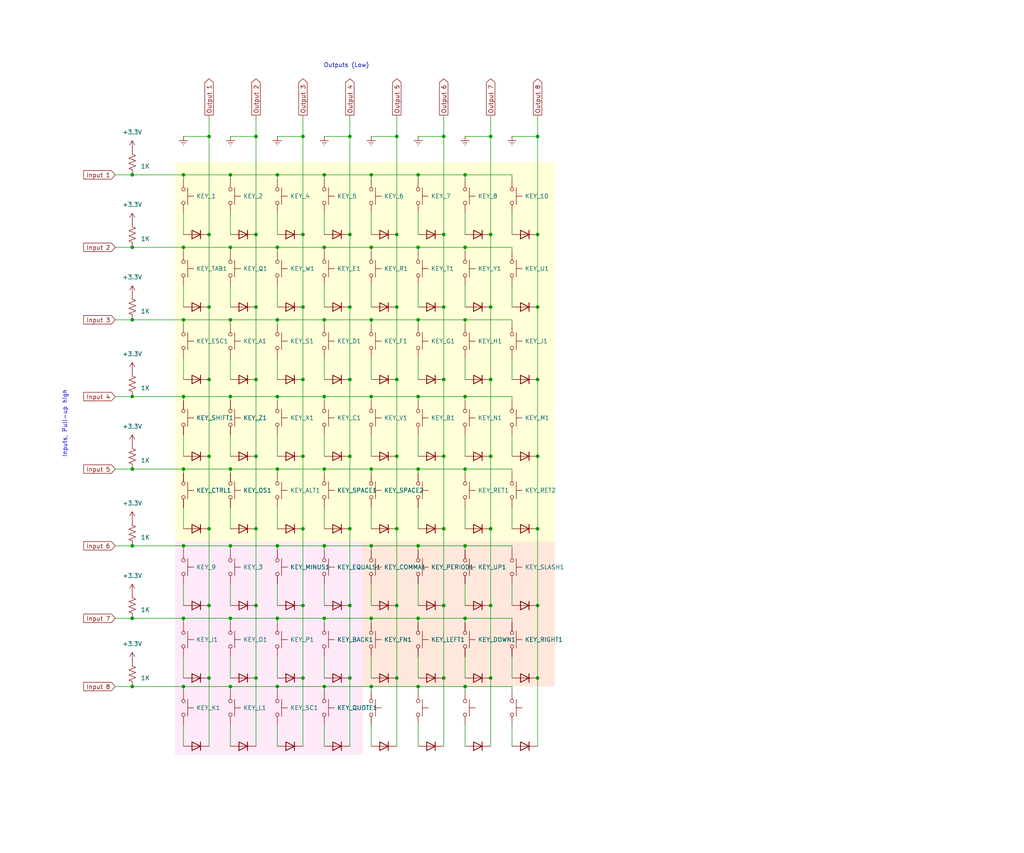
<source format=kicad_sch>
(kicad_sch (version 20250114) (generator "eeschema") (generator_version "9.0")
  (paper "User" 304.8 254)
  (rectangle (start 52.07 48.26) (end 165.1 161.29) (stroke (width -0.0001)) (fill (type color) (color 255 253 7 0.16)))
  (rectangle (start 107.95 161.29) (end 165.1 204.47) (stroke (width -0.0001)) (fill (type color) (color 255 106 27 0.16)))
  (rectangle (start 52.07 161.29) (end 107.95 224.79) (stroke (width -0.0001)) (fill (type color) (color 239 32 177 0.1)))
  (text "Inputs, Pull-up high" (at 19.304 126.238 90) (effects (font (size 1.27 1.27))))
  (text "Outputs (Low)" (at 103.124 19.558 0) (effects (font (size 1.27 1.27))))
  (junction (at 62.23 40.64))
  (junction (at 90.17 91.44))
  (junction (at 132.08 157.48))
  (junction (at 124.46 52.07))
  (junction (at 76.2 91.44))
  (junction (at 90.17 180.34))
  (junction (at 118.11 157.48))
  (junction (at 76.2 135.89))
  (junction (at 104.14 69.85))
  (junction (at 110.49 52.07))
  (junction (at 160.02 180.34))
  (junction (at 82.55 73.66))
  (junction (at 54.61 139.7))
  (junction (at 118.11 135.89))
  (junction (at 39.37 73.66))
  (junction (at 104.14 91.44))
  (junction (at 124.46 118.11))
  (junction (at 124.46 139.7))
  (junction (at 62.23 113.03))
  (junction (at 146.05 180.34))
  (junction (at 138.43 73.66))
  (junction (at 68.58 73.66))
  (junction (at 110.49 73.66))
  (junction (at 96.52 204.47))
  (junction (at 39.37 139.7))
  (junction (at 76.2 69.85))
  (junction (at 90.17 135.89))
  (junction (at 132.08 91.44))
  (junction (at 146.05 40.64))
  (junction (at 132.08 180.34))
  (junction (at 110.49 118.11))
  (junction (at 76.2 157.48))
  (junction (at 68.58 184.15))
  (junction (at 146.05 157.48))
  (junction (at 124.46 95.25))
  (junction (at 104.14 180.34))
  (junction (at 138.43 52.07))
  (junction (at 118.11 69.85))
  (junction (at 138.43 95.25))
  (junction (at 90.17 201.93))
  (junction (at 96.52 52.07))
  (junction (at 104.14 201.93))
  (junction (at 132.08 135.89))
  (junction (at 110.49 204.47))
  (junction (at 82.55 162.56))
  (junction (at 146.05 69.85))
  (junction (at 90.17 113.03))
  (junction (at 54.61 118.11))
  (junction (at 68.58 52.07))
  (junction (at 124.46 204.47))
  (junction (at 62.23 69.85))
  (junction (at 68.58 139.7))
  (junction (at 68.58 95.25))
  (junction (at 54.61 204.47))
  (junction (at 160.02 135.89))
  (junction (at 90.17 69.85))
  (junction (at 39.37 95.25))
  (junction (at 160.02 201.93))
  (junction (at 118.11 113.03))
  (junction (at 76.2 113.03))
  (junction (at 132.08 113.03))
  (junction (at 110.49 139.7))
  (junction (at 90.17 157.48))
  (junction (at 160.02 40.64))
  (junction (at 96.52 162.56))
  (junction (at 160.02 157.48))
  (junction (at 54.61 184.15))
  (junction (at 110.49 184.15))
  (junction (at 110.49 162.56))
  (junction (at 39.37 52.07))
  (junction (at 82.55 95.25))
  (junction (at 124.46 184.15))
  (junction (at 82.55 118.11))
  (junction (at 62.23 201.93))
  (junction (at 160.02 69.85))
  (junction (at 82.55 52.07))
  (junction (at 146.05 135.89))
  (junction (at 39.37 162.56))
  (junction (at 76.2 201.93))
  (junction (at 104.14 113.03))
  (junction (at 146.05 201.93))
  (junction (at 138.43 162.56))
  (junction (at 62.23 135.89))
  (junction (at 132.08 40.64))
  (junction (at 96.52 95.25))
  (junction (at 110.49 95.25))
  (junction (at 96.52 118.11))
  (junction (at 104.14 40.64))
  (junction (at 160.02 113.03))
  (junction (at 54.61 73.66))
  (junction (at 82.55 184.15))
  (junction (at 138.43 184.15))
  (junction (at 96.52 184.15))
  (junction (at 54.61 95.25))
  (junction (at 54.61 162.56))
  (junction (at 54.61 52.07))
  (junction (at 118.11 201.93))
  (junction (at 68.58 118.11))
  (junction (at 82.55 139.7))
  (junction (at 132.08 201.93))
  (junction (at 76.2 40.64))
  (junction (at 39.37 204.47))
  (junction (at 62.23 180.34))
  (junction (at 68.58 204.47))
  (junction (at 104.14 135.89))
  (junction (at 146.05 113.03))
  (junction (at 96.52 139.7))
  (junction (at 132.08 69.85))
  (junction (at 138.43 204.47))
  (junction (at 118.11 180.34))
  (junction (at 39.37 118.11))
  (junction (at 138.43 139.7))
  (junction (at 118.11 91.44))
  (junction (at 146.05 91.44))
  (junction (at 76.2 180.34))
  (junction (at 62.23 91.44))
  (junction (at 90.17 40.64))
  (junction (at 82.55 204.47))
  (junction (at 118.11 40.64))
  (junction (at 160.02 91.44))
  (junction (at 62.23 157.48))
  (junction (at 104.14 157.48))
  (junction (at 96.52 73.66))
  (junction (at 68.58 162.56))
  (junction (at 124.46 162.56))
  (junction (at 124.46 73.66))
  (junction (at 39.37 184.15))
  (junction (at 138.43 118.11))
  (wire (pts (xy 39.37 204.47) (xy 54.61 204.47)))
  (wire (pts (xy 90.17 34.29) (xy 90.17 40.64)))
  (wire (pts (xy 76.2 201.93) (xy 76.2 222.25)))
  (wire (pts (xy 124.46 52.07) (xy 138.43 52.07)))
  (wire (pts (xy 132.08 135.89) (xy 132.08 157.48)))
  (wire (pts (xy 146.05 69.85) (xy 146.05 91.44)))
  (wire (pts (xy 160.02 34.29) (xy 160.02 40.64)))
  (wire (pts (xy 62.23 34.29) (xy 62.23 40.64)))
  (wire (pts (xy 138.43 180.34) (xy 138.43 173.99)))
  (wire (pts (xy 124.46 140.97) (xy 124.46 139.7)))
  (wire (pts (xy 68.58 73.66) (xy 82.55 73.66)))
  (wire (pts (xy 54.61 157.48) (xy 54.61 151.13)))
  (wire (pts (xy 152.4 119.38) (xy 152.4 118.11)))
  (wire (pts (xy 152.4 180.34) (xy 152.4 173.99)))
  (wire (pts (xy 124.46 135.89) (xy 124.46 129.54)))
  (wire (pts (xy 54.61 74.93) (xy 54.61 73.66)))
  (wire (pts (xy 138.43 163.83) (xy 138.43 162.56)))
  (wire (pts (xy 62.23 201.93) (xy 62.23 222.25)))
  (wire (pts (xy 82.55 118.11) (xy 96.52 118.11)))
  (wire (pts (xy 132.08 40.64) (xy 132.08 69.85)))
  (wire (pts (xy 104.14 113.03) (xy 104.14 135.89)))
  (wire (pts (xy 96.52 53.34) (xy 96.52 52.07)))
  (wire (pts (xy 90.17 113.03) (xy 90.17 135.89)))
  (wire (pts (xy 124.46 184.15) (xy 138.43 184.15)))
  (wire (pts (xy 96.52 74.93) (xy 96.52 73.66)))
  (wire (pts (xy 82.55 74.93) (xy 82.55 73.66)))
  (wire (pts (xy 34.29 184.15) (xy 39.37 184.15)))
  (wire (pts (xy 110.49 139.7) (xy 124.46 139.7)))
  (wire (pts (xy 146.05 201.93) (xy 146.05 222.25)))
  (wire (pts (xy 34.29 118.11) (xy 39.37 118.11)))
  (wire (pts (xy 110.49 163.83) (xy 110.49 162.56)))
  (wire (pts (xy 152.4 185.42) (xy 152.4 184.15)))
  (wire (pts (xy 124.46 185.42) (xy 124.46 184.15)))
  (wire (pts (xy 68.58 96.52) (xy 68.58 95.25)))
  (wire (pts (xy 138.43 52.07) (xy 152.4 52.07)))
  (wire (pts (xy 132.08 201.93) (xy 132.08 222.25)))
  (wire (pts (xy 124.46 180.34) (xy 124.46 173.99)))
  (wire (pts (xy 146.05 40.64) (xy 146.05 69.85)))
  (wire (pts (xy 110.49 162.56) (xy 124.46 162.56)))
  (wire (pts (xy 152.4 135.89) (xy 152.4 129.54)))
  (wire (pts (xy 152.4 113.03) (xy 152.4 106.68)))
  (wire (pts (xy 110.49 180.34) (xy 110.49 173.99)))
  (wire (pts (xy 54.61 52.07) (xy 68.58 52.07)))
  (wire (pts (xy 68.58 119.38) (xy 68.58 118.11)))
  (wire (pts (xy 96.52 201.93) (xy 96.52 195.58)))
  (wire (pts (xy 68.58 163.83) (xy 68.58 162.56)))
  (wire (pts (xy 124.46 163.83) (xy 124.46 162.56)))
  (wire (pts (xy 68.58 135.89) (xy 68.58 129.54)))
  (wire (pts (xy 82.55 184.15) (xy 96.52 184.15)))
  (wire (pts (xy 152.4 140.97) (xy 152.4 139.7)))
  (wire (pts (xy 110.49 73.66) (xy 124.46 73.66)))
  (wire (pts (xy 82.55 135.89) (xy 82.55 129.54)))
  (wire (pts (xy 68.58 118.11) (xy 82.55 118.11)))
  (wire (pts (xy 82.55 53.34) (xy 82.55 52.07)))
  (wire (pts (xy 110.49 74.93) (xy 110.49 73.66)))
  (wire (pts (xy 124.46 204.47) (xy 138.43 204.47)))
  (wire (pts (xy 138.43 204.47) (xy 152.4 204.47)))
  (wire (pts (xy 104.14 201.93) (xy 104.14 222.25)))
  (wire (pts (xy 152.4 163.83) (xy 152.4 162.56)))
  (wire (pts (xy 54.61 204.47) (xy 68.58 204.47)))
  (wire (pts (xy 96.52 185.42) (xy 96.52 184.15)))
  (wire (pts (xy 110.49 53.34) (xy 110.49 52.07)))
  (wire (pts (xy 96.52 96.52) (xy 96.52 95.25)))
  (wire (pts (xy 160.02 157.48) (xy 160.02 180.34)))
  (wire (pts (xy 124.46 205.74) (xy 124.46 204.47)))
  (wire (pts (xy 39.37 162.56) (xy 54.61 162.56)))
  (wire (pts (xy 138.43 157.48) (xy 138.43 151.13)))
  (wire (pts (xy 54.61 40.64) (xy 62.23 40.64)))
  (wire (pts (xy 62.23 91.44) (xy 62.23 113.03)))
  (wire (pts (xy 54.61 135.89) (xy 54.61 129.54)))
  (wire (pts (xy 54.61 96.52) (xy 54.61 95.25)))
  (wire (pts (xy 124.46 222.25) (xy 124.46 215.9)))
  (wire (pts (xy 76.2 91.44) (xy 76.2 113.03)))
  (wire (pts (xy 138.43 184.15) (xy 152.4 184.15)))
  (wire (pts (xy 118.11 34.29) (xy 118.11 40.64)))
  (wire (pts (xy 110.49 118.11) (xy 124.46 118.11)))
  (wire (pts (xy 68.58 113.03) (xy 68.58 106.68)))
  (wire (pts (xy 104.14 34.29) (xy 104.14 40.64)))
  (wire (pts (xy 96.52 113.03) (xy 96.52 106.68)))
  (wire (pts (xy 68.58 52.07) (xy 82.55 52.07)))
  (wire (pts (xy 68.58 180.34) (xy 68.58 173.99)))
  (wire (pts (xy 96.52 205.74) (xy 96.52 204.47)))
  (wire (pts (xy 54.61 185.42) (xy 54.61 184.15)))
  (wire (pts (xy 124.46 69.85) (xy 124.46 63.5)))
  (wire (pts (xy 118.11 135.89) (xy 118.11 157.48)))
  (wire (pts (xy 68.58 74.93) (xy 68.58 73.66)))
  (wire (pts (xy 146.05 135.89) (xy 146.05 157.48)))
  (wire (pts (xy 34.29 73.66) (xy 39.37 73.66)))
  (wire (pts (xy 76.2 113.03) (xy 76.2 135.89)))
  (wire (pts (xy 132.08 113.03) (xy 132.08 135.89)))
  (wire (pts (xy 90.17 180.34) (xy 90.17 201.93)))
  (wire (pts (xy 76.2 135.89) (xy 76.2 157.48)))
  (wire (pts (xy 118.11 91.44) (xy 118.11 113.03)))
  (wire (pts (xy 152.4 201.93) (xy 152.4 195.58)))
  (wire (pts (xy 124.46 53.34) (xy 124.46 52.07)))
  (wire (pts (xy 152.4 91.44) (xy 152.4 85.09)))
  (wire (pts (xy 104.14 91.44) (xy 104.14 113.03)))
  (wire (pts (xy 110.49 113.03) (xy 110.49 106.68)))
  (wire (pts (xy 118.11 180.34) (xy 118.11 201.93)))
  (wire (pts (xy 132.08 91.44) (xy 132.08 113.03)))
  (wire (pts (xy 124.46 96.52) (xy 124.46 95.25)))
  (wire (pts (xy 68.58 53.34) (xy 68.58 52.07)))
  (wire (pts (xy 68.58 139.7) (xy 82.55 139.7)))
  (wire (pts (xy 138.43 118.11) (xy 152.4 118.11)))
  (wire (pts (xy 82.55 180.34) (xy 82.55 173.99)))
  (wire (pts (xy 76.2 157.48) (xy 76.2 180.34)))
  (wire (pts (xy 124.46 139.7) (xy 138.43 139.7)))
  (wire (pts (xy 132.08 180.34) (xy 132.08 201.93)))
  (wire (pts (xy 96.52 163.83) (xy 96.52 162.56)))
  (wire (pts (xy 96.52 119.38) (xy 96.52 118.11)))
  (wire (pts (xy 110.49 135.89) (xy 110.49 129.54)))
  (wire (pts (xy 90.17 91.44) (xy 90.17 113.03)))
  (wire (pts (xy 82.55 139.7) (xy 96.52 139.7)))
  (wire (pts (xy 54.61 113.03) (xy 54.61 106.68)))
  (wire (pts (xy 152.4 96.52) (xy 152.4 95.25)))
  (wire (pts (xy 96.52 52.07) (xy 110.49 52.07)))
  (wire (pts (xy 110.49 222.25) (xy 110.49 215.9)))
  (wire (pts (xy 124.46 113.03) (xy 124.46 106.68)))
  (wire (pts (xy 110.49 91.44) (xy 110.49 85.09)))
  (wire (pts (xy 124.46 118.11) (xy 138.43 118.11)))
  (wire (pts (xy 118.11 69.85) (xy 118.11 91.44)))
  (wire (pts (xy 110.49 52.07) (xy 124.46 52.07)))
  (wire (pts (xy 54.61 95.25) (xy 68.58 95.25)))
  (wire (pts (xy 68.58 204.47) (xy 82.55 204.47)))
  (wire (pts (xy 152.4 53.34) (xy 152.4 52.07)))
  (wire (pts (xy 110.49 119.38) (xy 110.49 118.11)))
  (wire (pts (xy 138.43 162.56) (xy 152.4 162.56)))
  (wire (pts (xy 110.49 185.42) (xy 110.49 184.15)))
  (wire (pts (xy 34.29 139.7) (xy 39.37 139.7)))
  (wire (pts (xy 82.55 91.44) (xy 82.55 85.09)))
  (wire (pts (xy 160.02 91.44) (xy 160.02 113.03)))
  (wire (pts (xy 68.58 201.93) (xy 68.58 195.58)))
  (wire (pts (xy 68.58 40.64) (xy 76.2 40.64)))
  (wire (pts (xy 124.46 119.38) (xy 124.46 118.11)))
  (wire (pts (xy 138.43 73.66) (xy 152.4 73.66)))
  (wire (pts (xy 124.46 91.44) (xy 124.46 85.09)))
  (wire (pts (xy 160.02 113.03) (xy 160.02 135.89)))
  (wire (pts (xy 54.61 162.56) (xy 68.58 162.56)))
  (wire (pts (xy 160.02 180.34) (xy 160.02 201.93)))
  (wire (pts (xy 54.61 163.83) (xy 54.61 162.56)))
  (wire (pts (xy 82.55 95.25) (xy 96.52 95.25)))
  (wire (pts (xy 124.46 162.56) (xy 138.43 162.56)))
  (wire (pts (xy 110.49 95.25) (xy 124.46 95.25)))
  (wire (pts (xy 110.49 201.93) (xy 110.49 195.58)))
  (wire (pts (xy 104.14 40.64) (xy 104.14 69.85)))
  (wire (pts (xy 138.43 222.25) (xy 138.43 215.9)))
  (wire (pts (xy 96.52 135.89) (xy 96.52 129.54)))
  (wire (pts (xy 82.55 140.97) (xy 82.55 139.7)))
  (wire (pts (xy 138.43 53.34) (xy 138.43 52.07)))
  (wire (pts (xy 124.46 73.66) (xy 138.43 73.66)))
  (wire (pts (xy 96.52 162.56) (xy 110.49 162.56)))
  (wire (pts (xy 34.29 204.47) (xy 39.37 204.47)))
  (wire (pts (xy 138.43 201.93) (xy 138.43 195.58)))
  (wire (pts (xy 68.58 184.15) (xy 82.55 184.15)))
  (wire (pts (xy 39.37 73.66) (xy 54.61 73.66)))
  (wire (pts (xy 160.02 69.85) (xy 160.02 91.44)))
  (wire (pts (xy 132.08 157.48) (xy 132.08 180.34)))
  (wire (pts (xy 82.55 185.42) (xy 82.55 184.15)))
  (wire (pts (xy 104.14 157.48) (xy 104.14 180.34)))
  (wire (pts (xy 138.43 95.25) (xy 152.4 95.25)))
  (wire (pts (xy 54.61 119.38) (xy 54.61 118.11)))
  (wire (pts (xy 124.46 40.64) (xy 132.08 40.64)))
  (wire (pts (xy 54.61 184.15) (xy 68.58 184.15)))
  (wire (pts (xy 68.58 91.44) (xy 68.58 85.09)))
  (wire (pts (xy 96.52 139.7) (xy 110.49 139.7)))
  (wire (pts (xy 82.55 113.03) (xy 82.55 106.68)))
  (wire (pts (xy 62.23 113.03) (xy 62.23 135.89)))
  (wire (pts (xy 110.49 96.52) (xy 110.49 95.25)))
  (wire (pts (xy 90.17 69.85) (xy 90.17 91.44)))
  (wire (pts (xy 54.61 139.7) (xy 68.58 139.7)))
  (wire (pts (xy 82.55 52.07) (xy 96.52 52.07)))
  (wire (pts (xy 90.17 135.89) (xy 90.17 157.48)))
  (wire (pts (xy 96.52 95.25) (xy 110.49 95.25)))
  (wire (pts (xy 68.58 157.48) (xy 68.58 151.13)))
  (wire (pts (xy 138.43 69.85) (xy 138.43 63.5)))
  (wire (pts (xy 68.58 185.42) (xy 68.58 184.15)))
  (wire (pts (xy 96.52 204.47) (xy 110.49 204.47)))
  (wire (pts (xy 118.11 201.93) (xy 118.11 222.25)))
  (wire (pts (xy 138.43 40.64) (xy 146.05 40.64)))
  (wire (pts (xy 96.52 118.11) (xy 110.49 118.11)))
  (wire (pts (xy 160.02 201.93) (xy 160.02 222.25)))
  (wire (pts (xy 118.11 113.03) (xy 118.11 135.89)))
  (wire (pts (xy 152.4 40.64) (xy 160.02 40.64)))
  (wire (pts (xy 62.23 157.48) (xy 62.23 180.34)))
  (wire (pts (xy 160.02 135.89) (xy 160.02 157.48)))
  (wire (pts (xy 82.55 73.66) (xy 96.52 73.66)))
  (wire (pts (xy 152.4 69.85) (xy 152.4 63.5)))
  (wire (pts (xy 82.55 205.74) (xy 82.55 204.47)))
  (wire (pts (xy 68.58 162.56) (xy 82.55 162.56)))
  (wire (pts (xy 138.43 119.38) (xy 138.43 118.11)))
  (wire (pts (xy 146.05 34.29) (xy 146.05 40.64)))
  (wire (pts (xy 96.52 140.97) (xy 96.52 139.7)))
  (wire (pts (xy 138.43 139.7) (xy 152.4 139.7)))
  (wire (pts (xy 90.17 40.64) (xy 90.17 69.85)))
  (wire (pts (xy 82.55 162.56) (xy 96.52 162.56)))
  (wire (pts (xy 118.11 157.48) (xy 118.11 180.34)))
  (wire (pts (xy 62.23 180.34) (xy 62.23 201.93)))
  (wire (pts (xy 110.49 204.47) (xy 124.46 204.47)))
  (wire (pts (xy 104.14 69.85) (xy 104.14 91.44)))
  (wire (pts (xy 146.05 91.44) (xy 146.05 113.03)))
  (wire (pts (xy 96.52 184.15) (xy 110.49 184.15)))
  (wire (pts (xy 152.4 157.48) (xy 152.4 151.13)))
  (wire (pts (xy 54.61 180.34) (xy 54.61 173.99)))
  (wire (pts (xy 138.43 113.03) (xy 138.43 106.68)))
  (wire (pts (xy 110.49 140.97) (xy 110.49 139.7)))
  (wire (pts (xy 62.23 69.85) (xy 62.23 91.44)))
  (wire (pts (xy 82.55 157.48) (xy 82.55 151.13)))
  (wire (pts (xy 110.49 69.85) (xy 110.49 63.5)))
  (wire (pts (xy 138.43 74.93) (xy 138.43 73.66)))
  (wire (pts (xy 82.55 163.83) (xy 82.55 162.56)))
  (wire (pts (xy 96.52 40.64) (xy 104.14 40.64)))
  (wire (pts (xy 82.55 40.64) (xy 90.17 40.64)))
  (wire (pts (xy 54.61 140.97) (xy 54.61 139.7)))
  (wire (pts (xy 146.05 113.03) (xy 146.05 135.89)))
  (wire (pts (xy 82.55 96.52) (xy 82.55 95.25)))
  (wire (pts (xy 124.46 201.93) (xy 124.46 195.58)))
  (wire (pts (xy 39.37 184.15) (xy 54.61 184.15)))
  (wire (pts (xy 34.29 95.25) (xy 39.37 95.25)))
  (wire (pts (xy 54.61 222.25) (xy 54.61 215.9)))
  (wire (pts (xy 152.4 222.25) (xy 152.4 215.9)))
  (wire (pts (xy 82.55 222.25) (xy 82.55 215.9)))
  (wire (pts (xy 54.61 91.44) (xy 54.61 85.09)))
  (wire (pts (xy 138.43 135.89) (xy 138.43 129.54)))
  (wire (pts (xy 54.61 201.93) (xy 54.61 195.58)))
  (wire (pts (xy 110.49 157.48) (xy 110.49 151.13)))
  (wire (pts (xy 152.4 205.74) (xy 152.4 204.47)))
  (wire (pts (xy 124.46 95.25) (xy 138.43 95.25)))
  (wire (pts (xy 110.49 40.64) (xy 118.11 40.64)))
  (wire (pts (xy 82.55 204.47) (xy 96.52 204.47)))
  (wire (pts (xy 110.49 184.15) (xy 124.46 184.15)))
  (wire (pts (xy 124.46 74.93) (xy 124.46 73.66)))
  (wire (pts (xy 96.52 222.25) (xy 96.52 215.9)))
  (wire (pts (xy 96.52 91.44) (xy 96.52 85.09)))
  (wire (pts (xy 54.61 69.85) (xy 54.61 63.5)))
  (wire (pts (xy 76.2 40.64) (xy 76.2 69.85)))
  (wire (pts (xy 68.58 95.25) (xy 82.55 95.25)))
  (wire (pts (xy 68.58 205.74) (xy 68.58 204.47)))
  (wire (pts (xy 62.23 40.64) (xy 62.23 69.85)))
  (wire (pts (xy 76.2 34.29) (xy 76.2 40.64)))
  (wire (pts (xy 138.43 91.44) (xy 138.43 85.09)))
  (wire (pts (xy 96.52 73.66) (xy 110.49 73.66)))
  (wire (pts (xy 39.37 118.11) (xy 54.61 118.11)))
  (wire (pts (xy 90.17 157.48) (xy 90.17 180.34)))
  (wire (pts (xy 54.61 118.11) (xy 68.58 118.11)))
  (wire (pts (xy 104.14 180.34) (xy 104.14 201.93)))
  (wire (pts (xy 138.43 205.74) (xy 138.43 204.47)))
  (wire (pts (xy 118.11 40.64) (xy 118.11 69.85)))
  (wire (pts (xy 90.17 201.93) (xy 90.17 222.25)))
  (wire (pts (xy 39.37 139.7) (xy 54.61 139.7)))
  (wire (pts (xy 96.52 157.48) (xy 96.52 151.13)))
  (wire (pts (xy 96.52 180.34) (xy 96.52 173.99)))
  (wire (pts (xy 146.05 157.48) (xy 146.05 180.34)))
  (wire (pts (xy 82.55 119.38) (xy 82.55 118.11)))
  (wire (pts (xy 160.02 40.64) (xy 160.02 69.85)))
  (wire (pts (xy 82.55 69.85) (xy 82.55 63.5)))
  (wire (pts (xy 34.29 52.07) (xy 39.37 52.07)))
  (wire (pts (xy 138.43 140.97) (xy 138.43 139.7)))
  (wire (pts (xy 62.23 135.89) (xy 62.23 157.48)))
  (wire (pts (xy 68.58 140.97) (xy 68.58 139.7)))
  (wire (pts (xy 146.05 180.34) (xy 146.05 201.93)))
  (wire (pts (xy 152.4 74.93) (xy 152.4 73.66)))
  (wire (pts (xy 132.08 34.29) (xy 132.08 40.64)))
  (wire (pts (xy 104.14 135.89) (xy 104.14 157.48)))
  (wire (pts (xy 54.61 53.34) (xy 54.61 52.07)))
  (wire (pts (xy 138.43 185.42) (xy 138.43 184.15)))
  (wire (pts (xy 54.61 205.74) (xy 54.61 204.47)))
  (wire (pts (xy 76.2 180.34) (xy 76.2 201.93)))
  (wire (pts (xy 68.58 69.85) (xy 68.58 63.5)))
  (wire (pts (xy 54.61 73.66) (xy 68.58 73.66)))
  (wire (pts (xy 110.49 205.74) (xy 110.49 204.47)))
  (wire (pts (xy 39.37 52.07) (xy 54.61 52.07)))
  (wire (pts (xy 124.46 157.48) (xy 124.46 151.13)))
  (wire (pts (xy 34.29 162.56) (xy 39.37 162.56)))
  (wire (pts (xy 76.2 69.85) (xy 76.2 91.44)))
  (wire (pts (xy 39.37 95.25) (xy 54.61 95.25)))
  (wire (pts (xy 96.52 69.85) (xy 96.52 63.5)))
  (wire (pts (xy 68.58 222.25) (xy 68.58 215.9)))
  (wire (pts (xy 138.43 96.52) (xy 138.43 95.25)))
  (wire (pts (xy 82.55 201.93) (xy 82.55 195.58)))
  (wire (pts (xy 132.08 69.85) (xy 132.08 91.44)))
  (global_label "Output 2" (shape output) (at 76.2 34.29 90) (property "Intersheetrefs" "${INTERSHEET_REFS}" (effects (hide yes))))
  (global_label "Output 1" (shape output) (at 62.23 34.29 90) (property "Intersheetrefs" "${INTERSHEET_REFS}" (effects (hide yes))))
  (global_label "Input 1" (shape input) (at 34.29 52.07 180) (property "Intersheetrefs" "${INTERSHEET_REFS}" (effects (hide yes))))
  (global_label "Output 6" (shape output) (at 132.08 34.29 90) (property "Intersheetrefs" "${INTERSHEET_REFS}" (effects (hide yes))))
  (global_label "Input 5" (shape input) (at 34.29 139.7 180) (property "Intersheetrefs" "${INTERSHEET_REFS}" (effects (hide yes))))
  (global_label "Output 8" (shape output) (at 160.02 34.29 90) (property "Intersheetrefs" "${INTERSHEET_REFS}" (effects (hide yes))))
  (global_label "Input 7" (shape input) (at 34.29 184.15 180) (property "Intersheetrefs" "${INTERSHEET_REFS}" (effects (hide yes))))
  (global_label "Output 5" (shape output) (at 118.11 34.29 90) (property "Intersheetrefs" "${INTERSHEET_REFS}" (effects (hide yes))))
  (global_label "Output 4" (shape output) (at 104.14 34.29 90) (property "Intersheetrefs" "${INTERSHEET_REFS}" (effects (hide yes))))
  (global_label "Output 3" (shape output) (at 90.17 34.29 90) (property "Intersheetrefs" "${INTERSHEET_REFS}" (effects (hide yes))))
  (global_label "Input 8" (shape input) (at 34.29 204.47 180) (property "Intersheetrefs" "${INTERSHEET_REFS}" (effects (hide yes))))
  (global_label "Input 6" (shape input) (at 34.29 162.56 180) (property "Intersheetrefs" "${INTERSHEET_REFS}" (effects (hide yes))))
  (global_label "Input 4" (shape input) (at 34.29 118.11 180) (property "Intersheetrefs" "${INTERSHEET_REFS}" (effects (hide yes))))
  (global_label "Input 2" (shape input) (at 34.29 73.66 180) (property "Intersheetrefs" "${INTERSHEET_REFS}" (effects (hide yes))))
  (global_label "Output 7" (shape output) (at 146.05 34.29 90) (property "Intersheetrefs" "${INTERSHEET_REFS}" (effects (hide yes))))
  (global_label "Input 3" (shape input) (at 34.29 95.25 180) (property "Intersheetrefs" "${INTERSHEET_REFS}" (effects (hide yes))))
  (symbol (lib_id "Switch:SW_Push") (at 96.52 168.91 270) (unit 1)
    (property "Reference" "KEY_EQUALS1" (at 100.33 168.9099 90) (effects (justify left)))
    (property "Value" "SW_Push" (effects (hide yes)))
    (property "Description" "Push button switch, generic, two pins" (effects (hide yes)))
  )
  (symbol (lib_id "power:+3.3V") (at 39.37 132.08 0) (unit 1)
    (property "Reference" "#PWR05" (effects (hide yes)))
    (property "Value" "+3.3V" (at 39.37 127 0))
    (property "Description" "Power symbol creates a global label with name \"+3.3V\"" (effects (hide yes)))
  )
  (symbol (lib_id "Switch:SW_Push") (at 110.49 124.46 270) (unit 1)
    (property "Reference" "KEY_V1" (at 114.3 124.4599 90) (effects (justify left)))
    (property "Value" "SW_Push" (effects (hide yes)))
    (property "Description" "Push button switch, generic, two pins" (effects (hide yes)))
  )
  (symbol (lib_id "Device:D") (at 156.21 157.48 180) (unit 1)
    (property "Reference" "D40" (effects (hide yes)))
    (property "Value" "D" (effects (hide yes)))
    (property "Description" "Diode" (effects (hide yes)))
    (property "Sim.Device" "D" (effects (hide yes)))
    (property "Sim.Pins" "1=K 2=A" (effects (hide yes)))
  )
  (symbol (lib_id "Device:D") (at 114.3 135.89 180) (unit 1)
    (property "Reference" "D29" (effects (hide yes)))
    (property "Value" "D" (effects (hide yes)))
    (property "Description" "Diode" (effects (hide yes)))
    (property "Sim.Device" "D" (effects (hide yes)))
    (property "Sim.Pins" "1=K 2=A" (effects (hide yes)))
  )
  (symbol (lib_id "Device:D") (at 100.33 91.44 180) (unit 1)
    (property "Reference" "D12" (effects (hide yes)))
    (property "Value" "D" (effects (hide yes)))
    (property "Description" "Diode" (effects (hide yes)))
    (property "Sim.Device" "D" (effects (hide yes)))
    (property "Sim.Pins" "1=K 2=A" (effects (hide yes)))
  )
  (symbol (lib_id "Switch:SW_Push") (at 68.58 210.82 270) (unit 1)
    (property "Reference" "KEY_L1" (at 72.39 210.8199 90) (effects (justify left)))
    (property "Value" "SW_Push" (effects (hide yes)))
    (property "Description" "Push button switch, generic, two pins" (effects (hide yes)))
  )
  (symbol (lib_id "Device:D") (at 128.27 222.25 180) (unit 1)
    (property "Reference" "D62" (effects (hide yes)))
    (property "Value" "D" (effects (hide yes)))
    (property "Description" "Diode" (effects (hide yes)))
    (property "Sim.Device" "D" (effects (hide yes)))
    (property "Sim.Pins" "1=K 2=A" (effects (hide yes)))
  )
  (symbol (lib_id "Device:D") (at 100.33 157.48 180) (unit 1)
    (property "Reference" "D36" (effects (hide yes)))
    (property "Value" "D" (effects (hide yes)))
    (property "Description" "Diode" (effects (hide yes)))
    (property "Sim.Device" "D" (effects (hide yes)))
    (property "Sim.Pins" "1=K 2=A" (effects (hide yes)))
  )
  (symbol (lib_id "Switch:SW_Push") (at 82.55 168.91 270) (unit 1)
    (property "Reference" "KEY_MINUS1" (at 86.36 168.9099 90) (effects (justify left)))
    (property "Value" "SW_Push" (effects (hide yes)))
    (property "Description" "Push button switch, generic, two pins" (effects (hide yes)))
  )
  (symbol (lib_id "Switch:SW_Push") (at 138.43 168.91 270) (unit 1)
    (property "Reference" "KEY_UP1" (at 142.24 168.9099 90) (effects (justify left)))
    (property "Value" "SW_Push" (effects (hide yes)))
    (property "Description" "Push button switch, generic, two pins" (effects (hide yes)))
  )
  (symbol (lib_id "Device:D") (at 86.36 180.34 180) (unit 1)
    (property "Reference" "D43" (effects (hide yes)))
    (property "Value" "D" (effects (hide yes)))
    (property "Description" "Diode" (effects (hide yes)))
    (property "Sim.Device" "D" (effects (hide yes)))
    (property "Sim.Pins" "1=K 2=A" (effects (hide yes)))
  )
  (symbol (lib_id "Switch:SW_Push") (at 152.4 58.42 270) (unit 1)
    (property "Reference" "KEY_10" (at 156.21 58.4199 90) (effects (justify left)))
    (property "Value" "SW_Push" (effects (hide yes)))
    (property "Description" "Push button switch, generic, two pins" (effects (hide yes)))
  )
  (symbol (lib_id "Device:D") (at 128.27 91.44 180) (unit 1)
    (property "Reference" "D14" (effects (hide yes)))
    (property "Value" "D" (effects (hide yes)))
    (property "Description" "Diode" (effects (hide yes)))
    (property "Sim.Device" "D" (effects (hide yes)))
    (property "Sim.Pins" "1=K 2=A" (effects (hide yes)))
  )
  (symbol (lib_id "Switch:SW_Push") (at 124.46 124.46 270) (unit 1)
    (property "Reference" "KEY_B1" (at 128.27 124.4599 90) (effects (justify left)))
    (property "Value" "SW_Push" (effects (hide yes)))
    (property "Description" "Push button switch, generic, two pins" (effects (hide yes)))
  )
  (symbol (lib_id "Switch:SW_Push") (at 68.58 58.42 270) (unit 1)
    (property "Reference" "KEY_2" (at 72.39 58.4199 90) (effects (justify left)))
    (property "Value" "SW_Push" (effects (hide yes)))
    (property "Description" "Push button switch, generic, two pins" (effects (hide yes)))
  )
  (symbol (lib_id "Switch:SW_Push") (at 82.55 80.01 270) (unit 1)
    (property "Reference" "KEY_W1" (at 86.36 80.0099 90) (effects (justify left)))
    (property "Value" "SW_Push" (effects (hide yes)))
    (property "Description" "Push button switch, generic, two pins" (effects (hide yes)))
  )
  (symbol (lib_id "Switch:SW_Push") (at 152.4 190.5 270) (unit 1)
    (property "Reference" "KEY_RIGHT1" (at 156.21 190.4999 90) (effects (justify left)))
    (property "Value" "SW_Push" (effects (hide yes)))
    (property "Description" "Push button switch, generic, two pins" (effects (hide yes)))
  )
  (symbol (lib_id "power:GNDREF") (at 110.49 40.64 0) (unit 1)
    (property "Reference" "#PWR013" (effects (hide yes)))
    (property "Value" "GNDREF" (effects (hide yes)))
    (property "Description" "Power symbol creates a global label with name \"GNDREF\" , reference supply ground" (effects (hide yes)))
  )
  (symbol (lib_id "Device:D") (at 142.24 180.34 180) (unit 1)
    (property "Reference" "D47" (effects (hide yes)))
    (property "Value" "D" (effects (hide yes)))
    (property "Description" "Diode" (effects (hide yes)))
    (property "Sim.Device" "D" (effects (hide yes)))
    (property "Sim.Pins" "1=K 2=A" (effects (hide yes)))
  )
  (symbol (lib_id "Device:D") (at 86.36 91.44 180) (unit 1)
    (property "Reference" "D11" (effects (hide yes)))
    (property "Value" "D" (effects (hide yes)))
    (property "Description" "Diode" (effects (hide yes)))
    (property "Sim.Device" "D" (effects (hide yes)))
    (property "Sim.Pins" "1=K 2=A" (effects (hide yes)))
  )
  (symbol (lib_id "Device:D") (at 156.21 201.93 180) (unit 1)
    (property "Reference" "D56" (effects (hide yes)))
    (property "Value" "D" (effects (hide yes)))
    (property "Description" "Diode" (effects (hide yes)))
    (property "Sim.Device" "D" (effects (hide yes)))
    (property "Sim.Pins" "1=K 2=A" (effects (hide yes)))
  )
  (symbol (lib_id "Switch:SW_Push") (at 124.46 146.05 270) (unit 1)
    (property "Reference" "UNUSED1" (effects (hide yes)))
    (property "Value" "SW_Push" (effects (hide yes)))
    (property "Description" "Push button switch, generic, two pins" (effects (hide yes)))
  )
  (symbol (lib_id "Device:D") (at 156.21 69.85 180) (unit 1)
    (property "Reference" "D8" (effects (hide yes)))
    (property "Value" "D" (effects (hide yes)))
    (property "Description" "Diode" (effects (hide yes)))
    (property "Sim.Device" "D" (effects (hide yes)))
    (property "Sim.Pins" "1=K 2=A" (effects (hide yes)))
  )
  (symbol (lib_id "Switch:SW_Push") (at 152.4 101.6 270) (unit 1)
    (property "Reference" "KEY_J1" (at 156.21 101.5999 90) (effects (justify left)))
    (property "Value" "SW_Push" (effects (hide yes)))
    (property "Description" "Push button switch, generic, two pins" (effects (hide yes)))
  )
  (symbol (lib_id "Device:D") (at 142.24 222.25 180) (unit 1)
    (property "Reference" "D63" (effects (hide yes)))
    (property "Value" "D" (effects (hide yes)))
    (property "Description" "Diode" (effects (hide yes)))
    (property "Sim.Device" "D" (effects (hide yes)))
    (property "Sim.Pins" "1=K 2=A" (effects (hide yes)))
  )
  (symbol (lib_id "Device:D") (at 72.39 113.03 180) (unit 1)
    (property "Reference" "D18" (effects (hide yes)))
    (property "Value" "D" (effects (hide yes)))
    (property "Description" "Diode" (effects (hide yes)))
    (property "Sim.Device" "D" (effects (hide yes)))
    (property "Sim.Pins" "1=K 2=A" (effects (hide yes)))
  )
  (symbol (lib_id "Switch:SW_Push") (at 110.49 210.82 270) (unit 1)
    (property "Reference" "SW61" (effects (hide yes)))
    (property "Value" "SW_Push" (effects (hide yes)))
    (property "Description" "Push button switch, generic, two pins" (effects (hide yes)))
  )
  (symbol (lib_id "Switch:SW_Push") (at 138.43 58.42 270) (unit 1)
    (property "Reference" "KEY_8" (at 142.24 58.4199 90) (effects (justify left)))
    (property "Value" "SW_Push" (effects (hide yes)))
    (property "Description" "Push button switch, generic, two pins" (effects (hide yes)))
  )
  (symbol (lib_id "Device:D") (at 142.24 69.85 180) (unit 1)
    (property "Reference" "D7" (effects (hide yes)))
    (property "Value" "D" (effects (hide yes)))
    (property "Description" "Diode" (effects (hide yes)))
    (property "Sim.Device" "D" (effects (hide yes)))
    (property "Sim.Pins" "1=K 2=A" (effects (hide yes)))
  )
  (symbol (lib_id "Device:D") (at 72.39 222.25 180) (unit 1)
    (property "Reference" "D58" (effects (hide yes)))
    (property "Value" "D" (effects (hide yes)))
    (property "Description" "Diode" (effects (hide yes)))
    (property "Sim.Device" "D" (effects (hide yes)))
    (property "Sim.Pins" "1=K 2=A" (effects (hide yes)))
  )
  (symbol (lib_id "Device:D") (at 114.3 157.48 180) (unit 1)
    (property "Reference" "D37" (effects (hide yes)))
    (property "Value" "D" (effects (hide yes)))
    (property "Description" "Diode" (effects (hide yes)))
    (property "Sim.Device" "D" (effects (hide yes)))
    (property "Sim.Pins" "1=K 2=A" (effects (hide yes)))
  )
  (symbol (lib_id "Switch:SW_Push") (at 152.4 210.82 270) (unit 1)
    (property "Reference" "SW64" (effects (hide yes)))
    (property "Value" "SW_Push" (effects (hide yes)))
    (property "Description" "Push button switch, generic, two pins" (effects (hide yes)))
  )
  (symbol (lib_id "Switch:SW_Push") (at 96.52 124.46 270) (unit 1)
    (property "Reference" "KEY_C1" (at 100.33 124.4599 90) (effects (justify left)))
    (property "Value" "SW_Push" (effects (hide yes)))
    (property "Description" "Push button switch, generic, two pins" (effects (hide yes)))
  )
  (symbol (lib_id "Device:D") (at 114.3 201.93 180) (unit 1)
    (property "Reference" "D53" (effects (hide yes)))
    (property "Value" "D" (effects (hide yes)))
    (property "Description" "Diode" (effects (hide yes)))
    (property "Sim.Device" "D" (effects (hide yes)))
    (property "Sim.Pins" "1=K 2=A" (effects (hide yes)))
  )
  (symbol (lib_id "Device:D") (at 58.42 201.93 180) (unit 1)
    (property "Reference" "D49" (effects (hide yes)))
    (property "Value" "D" (effects (hide yes)))
    (property "Description" "Diode" (effects (hide yes)))
    (property "Sim.Device" "D" (effects (hide yes)))
    (property "Sim.Pins" "1=K 2=A" (effects (hide yes)))
  )
  (symbol (lib_id "Switch:SW_Push") (at 138.43 146.05 270) (unit 1)
    (property "Reference" "KEY_RET1" (at 142.24 146.0499 90) (effects (justify left)))
    (property "Value" "SW_Push" (effects (hide yes)))
    (property "Description" "Push button switch, generic, two pins" (effects (hide yes)))
  )
  (symbol (lib_id "Device:D") (at 100.33 180.34 180) (unit 1)
    (property "Reference" "D44" (effects (hide yes)))
    (property "Value" "D" (effects (hide yes)))
    (property "Description" "Diode" (effects (hide yes)))
    (property "Sim.Device" "D" (effects (hide yes)))
    (property "Sim.Pins" "1=K 2=A" (effects (hide yes)))
  )
  (symbol (lib_id "Device:D") (at 128.27 201.93 180) (unit 1)
    (property "Reference" "D54" (effects (hide yes)))
    (property "Value" "D" (effects (hide yes)))
    (property "Description" "Diode" (effects (hide yes)))
    (property "Sim.Device" "D" (effects (hide yes)))
    (property "Sim.Pins" "1=K 2=A" (effects (hide yes)))
  )
  (symbol (lib_id "Device:D") (at 86.36 222.25 180) (unit 1)
    (property "Reference" "D59" (effects (hide yes)))
    (property "Value" "D" (effects (hide yes)))
    (property "Description" "Diode" (effects (hide yes)))
    (property "Sim.Device" "D" (effects (hide yes)))
    (property "Sim.Pins" "1=K 2=A" (effects (hide yes)))
  )
  (symbol (lib_id "Device:D") (at 58.42 135.89 180) (unit 1)
    (property "Reference" "D25" (effects (hide yes)))
    (property "Value" "D" (effects (hide yes)))
    (property "Description" "Diode" (effects (hide yes)))
    (property "Sim.Device" "D" (effects (hide yes)))
    (property "Sim.Pins" "1=K 2=A" (effects (hide yes)))
  )
  (symbol (lib_id "power:+3.3V") (at 39.37 176.53 0) (unit 1)
    (property "Reference" "#PWR07" (effects (hide yes)))
    (property "Value" "+3.3V" (at 39.37 171.45 0))
    (property "Description" "Power symbol creates a global label with name \"+3.3V\"" (effects (hide yes)))
  )
  (symbol (lib_id "Switch:SW_Push") (at 68.58 124.46 270) (unit 1)
    (property "Reference" "KEY_Z1" (at 72.39 124.4599 90) (effects (justify left)))
    (property "Value" "SW_Push" (effects (hide yes)))
    (property "Description" "Push button switch, generic, two pins" (effects (hide yes)))
  )
  (symbol (lib_id "Device:D") (at 100.33 69.85 180) (unit 1)
    (property "Reference" "D4" (effects (hide yes)))
    (property "Value" "D" (effects (hide yes)))
    (property "Description" "Diode" (effects (hide yes)))
    (property "Sim.Device" "D" (effects (hide yes)))
    (property "Sim.Pins" "1=K 2=A" (effects (hide yes)))
  )
  (symbol (lib_id "Switch:SW_Push") (at 54.61 210.82 270) (unit 1)
    (property "Reference" "KEY_K1" (at 58.42 210.8199 90) (effects (justify left)))
    (property "Value" "SW_Push" (effects (hide yes)))
    (property "Description" "Push button switch, generic, two pins" (effects (hide yes)))
  )
  (symbol (lib_id "power:GNDREF") (at 82.55 40.64 0) (unit 1)
    (property "Reference" "#PWR011" (effects (hide yes)))
    (property "Value" "GNDREF" (effects (hide yes)))
    (property "Description" "Power symbol creates a global label with name \"GNDREF\" , reference supply ground" (effects (hide yes)))
  )
  (symbol (lib_id "Switch:SW_Push") (at 152.4 80.01 270) (unit 1)
    (property "Reference" "KEY_U1" (at 156.21 80.0099 90) (effects (justify left)))
    (property "Value" "SW_Push" (effects (hide yes)))
    (property "Description" "Push button switch, generic, two pins" (effects (hide yes)))
  )
  (symbol (lib_id "power:GNDREF") (at 68.58 40.64 0) (unit 1)
    (property "Reference" "#PWR010" (effects (hide yes)))
    (property "Value" "GNDREF" (effects (hide yes)))
    (property "Description" "Power symbol creates a global label with name \"GNDREF\" , reference supply ground" (effects (hide yes)))
  )
  (symbol (lib_id "power:GNDREF") (at 54.61 40.64 0) (unit 1)
    (property "Reference" "#PWR09" (effects (hide yes)))
    (property "Value" "GNDREF" (effects (hide yes)))
    (property "Description" "Power symbol creates a global label with name \"GNDREF\" , reference supply ground" (effects (hide yes)))
  )
  (symbol (lib_id "Switch:SW_Push") (at 110.49 168.91 270) (unit 1)
    (property "Reference" "KEY_COMMA1" (at 114.3 168.9099 90) (effects (justify left)))
    (property "Value" "SW_Push" (effects (hide yes)))
    (property "Description" "Push button switch, generic, two pins" (effects (hide yes)))
  )
  (symbol (lib_id "Device:D") (at 72.39 201.93 180) (unit 1)
    (property "Reference" "D50" (effects (hide yes)))
    (property "Value" "D" (effects (hide yes)))
    (property "Description" "Diode" (effects (hide yes)))
    (property "Sim.Device" "D" (effects (hide yes)))
    (property "Sim.Pins" "1=K 2=A" (effects (hide yes)))
  )
  (symbol (lib_id "Device:D") (at 156.21 91.44 180) (unit 1)
    (property "Reference" "D16" (effects (hide yes)))
    (property "Value" "D" (effects (hide yes)))
    (property "Description" "Diode" (effects (hide yes)))
    (property "Sim.Device" "D" (effects (hide yes)))
    (property "Sim.Pins" "1=K 2=A" (effects (hide yes)))
  )
  (symbol (lib_id "Device:D") (at 128.27 135.89 180) (unit 1)
    (property "Reference" "D30" (effects (hide yes)))
    (property "Value" "D" (effects (hide yes)))
    (property "Description" "Diode" (effects (hide yes)))
    (property "Sim.Device" "D" (effects (hide yes)))
    (property "Sim.Pins" "1=K 2=A" (effects (hide yes)))
  )
  (symbol (lib_id "Switch:SW_Push") (at 82.55 146.05 270) (unit 1)
    (property "Reference" "KEY_ALT1" (at 86.36 146.0499 90) (effects (justify left)))
    (property "Value" "SW_Push" (effects (hide yes)))
    (property "Description" "Push button switch, generic, two pins" (effects (hide yes)))
  )
  (symbol (lib_id "Device:D") (at 72.39 69.85 180) (unit 1)
    (property "Reference" "D2" (effects (hide yes)))
    (property "Value" "D" (effects (hide yes)))
    (property "Description" "Diode" (effects (hide yes)))
    (property "Sim.Device" "D" (effects (hide yes)))
    (property "Sim.Pins" "1=K 2=A" (effects (hide yes)))
  )
  (symbol (lib_id "Device:D") (at 142.24 113.03 180) (unit 1)
    (property "Reference" "D23" (effects (hide yes)))
    (property "Value" "D" (effects (hide yes)))
    (property "Description" "Diode" (effects (hide yes)))
    (property "Sim.Device" "D" (effects (hide yes)))
    (property "Sim.Pins" "1=K 2=A" (effects (hide yes)))
  )
  (symbol (lib_id "Switch:SW_Push") (at 96.52 58.42 270) (unit 1)
    (property "Reference" "KEY_5" (at 100.33 58.4199 90) (effects (justify left)))
    (property "Value" "SW_Push" (effects (hide yes)))
    (property "Description" "Push button switch, generic, two pins" (effects (hide yes)))
  )
  (symbol (lib_id "Device:D") (at 142.24 91.44 180) (unit 1)
    (property "Reference" "D15" (effects (hide yes)))
    (property "Value" "D" (effects (hide yes)))
    (property "Description" "Diode" (effects (hide yes)))
    (property "Sim.Device" "D" (effects (hide yes)))
    (property "Sim.Pins" "1=K 2=A" (effects (hide yes)))
  )
  (symbol (lib_id "Switch:SW_Push") (at 96.52 146.05 270) (unit 1)
    (property "Reference" "KEY_SPACE1" (at 100.33 146.0499 90) (effects (justify left)))
    (property "Value" "SW_Push" (effects (hide yes)))
    (property "Description" "Push button switch, generic, two pins" (effects (hide yes)))
  )
  (symbol (lib_id "power:+3.3V") (at 39.37 87.63 0) (unit 1)
    (property "Reference" "#PWR03" (effects (hide yes)))
    (property "Value" "+3.3V" (at 39.37 82.55 0))
    (property "Description" "Power symbol creates a global label with name \"+3.3V\"" (effects (hide yes)))
  )
  (symbol (lib_id "Device:D") (at 58.42 157.48 180) (unit 1)
    (property "Reference" "D33" (effects (hide yes)))
    (property "Value" "D" (effects (hide yes)))
    (property "Description" "Diode" (effects (hide yes)))
    (property "Sim.Device" "D" (effects (hide yes)))
    (property "Sim.Pins" "1=K 2=A" (effects (hide yes)))
  )
  (symbol (lib_id "Switch:SW_Push") (at 110.49 190.5 270) (unit 1)
    (property "Reference" "KEY_FN1" (at 114.3 190.4999 90) (effects (justify left)))
    (property "Value" "SW_Push" (effects (hide yes)))
    (property "Description" "Push button switch, generic, two pins" (effects (hide yes)))
  )
  (symbol (lib_id "power:GNDREF") (at 124.46 40.64 0) (unit 1)
    (property "Reference" "#PWR014" (effects (hide yes)))
    (property "Value" "GNDREF" (effects (hide yes)))
    (property "Description" "Power symbol creates a global label with name \"GNDREF\" , reference supply ground" (effects (hide yes)))
  )
  (symbol (lib_id "Switch:SW_Push") (at 68.58 101.6 270) (unit 1)
    (property "Reference" "KEY_A1" (at 72.39 101.5999 90) (effects (justify left)))
    (property "Value" "SW_Push" (effects (hide yes)))
    (property "Description" "Push button switch, generic, two pins" (effects (hide yes)))
  )
  (symbol (lib_id "Switch:SW_Push") (at 54.61 101.6 270) (unit 1)
    (property "Reference" "KEY_ESC1" (at 58.42 101.5999 90) (effects (justify left)))
    (property "Value" "SW_Push" (effects (hide yes)))
    (property "Description" "Push button switch, generic, two pins" (effects (hide yes)))
  )
  (symbol (lib_id "Switch:SW_Push") (at 110.49 58.42 270) (unit 1)
    (property "Reference" "KEY_6" (at 114.3 58.4199 90) (effects (justify left)))
    (property "Value" "SW_Push" (effects (hide yes)))
    (property "Description" "Push button switch, generic, two pins" (effects (hide yes)))
  )
  (symbol (lib_id "Device:R_US") (at 39.37 180.34 0) (unit 1)
    (property "Reference" "Pull-Up7" (effects (hide yes)))
    (property "Value" "1K" (at 41.91 181.6099 0) (effects (justify left)))
    (property "Description" "Resistor, US symbol" (effects (hide yes)))
  )
  (symbol (lib_id "Device:D") (at 128.27 69.85 180) (unit 1)
    (property "Reference" "D6" (effects (hide yes)))
    (property "Value" "D" (effects (hide yes)))
    (property "Description" "Diode" (effects (hide yes)))
    (property "Sim.Device" "D" (effects (hide yes)))
    (property "Sim.Pins" "1=K 2=A" (effects (hide yes)))
  )
  (symbol (lib_id "power:GNDREF") (at 96.52 40.64 0) (unit 1)
    (property "Reference" "#PWR012" (effects (hide yes)))
    (property "Value" "GNDREF" (effects (hide yes)))
    (property "Description" "Power symbol creates a global label with name \"GNDREF\" , reference supply ground" (effects (hide yes)))
  )
  (symbol (lib_id "Device:D") (at 114.3 180.34 180) (unit 1)
    (property "Reference" "D45" (effects (hide yes)))
    (property "Value" "D" (effects (hide yes)))
    (property "Description" "Diode" (effects (hide yes)))
    (property "Sim.Device" "D" (effects (hide yes)))
    (property "Sim.Pins" "1=K 2=A" (effects (hide yes)))
  )
  (symbol (lib_id "Switch:SW_Push") (at 124.46 80.01 270) (unit 1)
    (property "Reference" "KEY_T1" (at 128.27 80.0099 90) (effects (justify left)))
    (property "Value" "SW_Push" (effects (hide yes)))
    (property "Description" "Push button switch, generic, two pins" (effects (hide yes)))
  )
  (symbol (lib_id "Switch:SW_Push") (at 138.43 80.01 270) (unit 1)
    (property "Reference" "KEY_Y1" (at 142.24 80.0099 90) (effects (justify left)))
    (property "Value" "SW_Push" (effects (hide yes)))
    (property "Description" "Push button switch, generic, two pins" (effects (hide yes)))
  )
  (symbol (lib_id "Switch:SW_Push") (at 68.58 146.05 270) (unit 1)
    (property "Reference" "KEY_OS1" (at 72.39 146.0499 90) (effects (justify left)))
    (property "Value" "SW_Push" (effects (hide yes)))
    (property "Description" "Push button switch, generic, two pins" (effects (hide yes)))
  )
  (symbol (lib_id "Switch:SW_Push") (at 138.43 210.82 270) (unit 1)
    (property "Reference" "SW63" (effects (hide yes)))
    (property "Value" "SW_Push" (effects (hide yes)))
    (property "Description" "Push button switch, generic, two pins" (effects (hide yes)))
  )
  (symbol (lib_id "power:+3.3V") (at 39.37 196.85 0) (unit 1)
    (property "Reference" "#PWR08" (effects (hide yes)))
    (property "Value" "+3.3V" (at 39.37 191.77 0))
    (property "Description" "Power symbol creates a global label with name \"+3.3V\"" (effects (hide yes)))
  )
  (symbol (lib_id "Device:D") (at 142.24 135.89 180) (unit 1)
    (property "Reference" "D31" (effects (hide yes)))
    (property "Value" "D" (effects (hide yes)))
    (property "Description" "Diode" (effects (hide yes)))
    (property "Sim.Device" "D" (effects (hide yes)))
    (property "Sim.Pins" "1=K 2=A" (effects (hide yes)))
  )
  (symbol (lib_id "Device:D") (at 156.21 222.25 180) (unit 1)
    (property "Reference" "D64" (effects (hide yes)))
    (property "Value" "D" (effects (hide yes)))
    (property "Description" "Diode" (effects (hide yes)))
    (property "Sim.Device" "D" (effects (hide yes)))
    (property "Sim.Pins" "1=K 2=A" (effects (hide yes)))
  )
  (symbol (lib_id "Device:D") (at 86.36 69.85 180) (unit 1)
    (property "Reference" "D3" (effects (hide yes)))
    (property "Value" "D" (effects (hide yes)))
    (property "Description" "Diode" (effects (hide yes)))
    (property "Sim.Device" "D" (effects (hide yes)))
    (property "Sim.Pins" "1=K 2=A" (effects (hide yes)))
  )
  (symbol (lib_id "Switch:SW_Push") (at 124.46 190.5 270) (unit 1)
    (property "Reference" "KEY_LEFT1" (at 128.27 190.4999 90) (effects (justify left)))
    (property "Value" "SW_Push" (effects (hide yes)))
    (property "Description" "Push button switch, generic, two pins" (effects (hide yes)))
  )
  (symbol (lib_id "Device:R_US") (at 39.37 200.66 0) (unit 1)
    (property "Reference" "Pull-Up8" (effects (hide yes)))
    (property "Value" "1K" (at 41.91 201.9299 0) (effects (justify left)))
    (property "Description" "Resistor, US symbol" (effects (hide yes)))
  )
  (symbol (lib_id "Device:D") (at 128.27 180.34 180) (unit 1)
    (property "Reference" "D46" (effects (hide yes)))
    (property "Value" "D" (effects (hide yes)))
    (property "Description" "Diode" (effects (hide yes)))
    (property "Sim.Device" "D" (effects (hide yes)))
    (property "Sim.Pins" "1=K 2=A" (effects (hide yes)))
  )
  (symbol (lib_id "Switch:SW_Push") (at 124.46 101.6 270) (unit 1)
    (property "Reference" "KEY_G1" (at 128.27 101.5999 90) (effects (justify left)))
    (property "Value" "SW_Push" (effects (hide yes)))
    (property "Description" "Push button switch, generic, two pins" (effects (hide yes)))
  )
  (symbol (lib_id "Device:D") (at 100.33 222.25 180) (unit 1)
    (property "Reference" "D60" (effects (hide yes)))
    (property "Value" "D" (effects (hide yes)))
    (property "Description" "Diode" (effects (hide yes)))
    (property "Sim.Device" "D" (effects (hide yes)))
    (property "Sim.Pins" "1=K 2=A" (effects (hide yes)))
  )
  (symbol (lib_id "Device:D") (at 100.33 135.89 180) (unit 1)
    (property "Reference" "D28" (effects (hide yes)))
    (property "Value" "D" (effects (hide yes)))
    (property "Description" "Diode" (effects (hide yes)))
    (property "Sim.Device" "D" (effects (hide yes)))
    (property "Sim.Pins" "1=K 2=A" (effects (hide yes)))
  )
  (symbol (lib_id "Switch:SW_Push") (at 124.46 168.91 270) (unit 1)
    (property "Reference" "KEY_PERIOD1" (at 128.27 168.9099 90) (effects (justify left)))
    (property "Value" "SW_Push" (effects (hide yes)))
    (property "Description" "Push button switch, generic, two pins" (effects (hide yes)))
  )
  (symbol (lib_id "Switch:SW_Push") (at 54.61 58.42 270) (unit 1)
    (property "Reference" "KEY_1" (at 58.42 58.4199 90) (effects (justify left)))
    (property "Value" "SW_Push" (effects (hide yes)))
    (property "Description" "Push button switch, generic, two pins" (effects (hide yes)))
  )
  (symbol (lib_id "Device:D") (at 156.21 180.34 180) (unit 1)
    (property "Reference" "D48" (effects (hide yes)))
    (property "Value" "D" (effects (hide yes)))
    (property "Description" "Diode" (effects (hide yes)))
    (property "Sim.Device" "D" (effects (hide yes)))
    (property "Sim.Pins" "1=K 2=A" (effects (hide yes)))
  )
  (symbol (lib_id "Switch:SW_Push") (at 124.46 58.42 270) (unit 1)
    (property "Reference" "KEY_7" (at 128.27 58.4199 90) (effects (justify left)))
    (property "Value" "SW_Push" (effects (hide yes)))
    (property "Description" "Push button switch, generic, two pins" (effects (hide yes)))
  )
  (symbol (lib_id "Device:D") (at 58.42 69.85 180) (unit 1)
    (property "Reference" "D1" (effects (hide yes)))
    (property "Value" "D" (effects (hide yes)))
    (property "Description" "Diode" (effects (hide yes)))
    (property "Sim.Device" "D" (effects (hide yes)))
    (property "Sim.Pins" "1=K 2=A" (effects (hide yes)))
  )
  (symbol (lib_id "Switch:SW_Push") (at 138.43 124.46 270) (unit 1)
    (property "Reference" "KEY_N1" (at 142.24 124.4599 90) (effects (justify left)))
    (property "Value" "SW_Push" (effects (hide yes)))
    (property "Description" "Push button switch, generic, two pins" (effects (hide yes)))
  )
  (symbol (lib_id "Device:D") (at 86.36 113.03 180) (unit 1)
    (property "Reference" "D19" (effects (hide yes)))
    (property "Value" "D" (effects (hide yes)))
    (property "Description" "Diode" (effects (hide yes)))
    (property "Sim.Device" "D" (effects (hide yes)))
    (property "Sim.Pins" "1=K 2=A" (effects (hide yes)))
  )
  (symbol (lib_id "Switch:SW_Push") (at 54.61 146.05 270) (unit 1)
    (property "Reference" "KEY_CTRL1" (at 58.42 146.0499 90) (effects (justify left)))
    (property "Value" "SW_Push" (effects (hide yes)))
    (property "Description" "Push button switch, generic, two pins" (effects (hide yes)))
  )
  (symbol (lib_id "power:+3.3V") (at 39.37 66.04 0) (unit 1)
    (property "Reference" "#PWR02" (effects (hide yes)))
    (property "Value" "+3.3V" (at 39.37 60.96 0))
    (property "Description" "Power symbol creates a global label with name \"+3.3V\"" (effects (hide yes)))
  )
  (symbol (lib_id "power:+3.3V") (at 39.37 44.45 0) (unit 1)
    (property "Reference" "#PWR01" (effects (hide yes)))
    (property "Value" "+3.3V" (at 39.37 39.37 0))
    (property "Description" "Power symbol creates a global label with name \"+3.3V\"" (effects (hide yes)))
  )
  (symbol (lib_id "Device:D") (at 58.42 91.44 180) (unit 1)
    (property "Reference" "D9" (effects (hide yes)))
    (property "Value" "D" (effects (hide yes)))
    (property "Description" "Diode" (effects (hide yes)))
    (property "Sim.Device" "D" (effects (hide yes)))
    (property "Sim.Pins" "1=K 2=A" (effects (hide yes)))
  )
  (symbol (lib_id "Device:R_US") (at 39.37 114.3 0) (unit 1)
    (property "Reference" "Pull-Up4" (effects (hide yes)))
    (property "Value" "1K" (at 41.91 115.5699 0) (effects (justify left)))
    (property "Description" "Resistor, US symbol" (effects (hide yes)))
  )
  (symbol (lib_id "Device:R_US") (at 39.37 158.75 0) (unit 1)
    (property "Reference" "Pull-Up6" (effects (hide yes)))
    (property "Value" "1K" (at 41.91 160.0199 0) (effects (justify left)))
    (property "Description" "Resistor, US symbol" (effects (hide yes)))
  )
  (symbol (lib_id "Switch:SW_Push") (at 68.58 168.91 270) (unit 1)
    (property "Reference" "KEY_3" (at 72.39 168.9099 90) (effects (justify left)))
    (property "Value" "SW_Push" (effects (hide yes)))
    (property "Description" "Push button switch, generic, two pins" (effects (hide yes)))
  )
  (symbol (lib_id "Device:D") (at 114.3 69.85 180) (unit 1)
    (property "Reference" "D5" (effects (hide yes)))
    (property "Value" "D" (effects (hide yes)))
    (property "Description" "Diode" (effects (hide yes)))
    (property "Sim.Device" "D" (effects (hide yes)))
    (property "Sim.Pins" "1=K 2=A" (effects (hide yes)))
  )
  (symbol (lib_id "Switch:SW_Push") (at 82.55 190.5 270) (unit 1)
    (property "Reference" "KEY_P1" (at 86.36 190.4999 90) (effects (justify left)))
    (property "Value" "SW_Push" (effects (hide yes)))
    (property "Description" "Push button switch, generic, two pins" (effects (hide yes)))
  )
  (symbol (lib_id "Switch:SW_Push") (at 152.4 124.46 270) (unit 1)
    (property "Reference" "KEY_M1" (at 156.21 124.4599 90) (effects (justify left)))
    (property "Value" "SW_Push" (effects (hide yes)))
    (property "Description" "Push button switch, generic, two pins" (effects (hide yes)))
  )
  (symbol (lib_id "Device:R_US") (at 39.37 69.85 0) (unit 1)
    (property "Reference" "Pull-Up2" (effects (hide yes)))
    (property "Value" "1K" (at 41.91 71.1199 0) (effects (justify left)))
    (property "Description" "Resistor, US symbol" (effects (hide yes)))
  )
  (symbol (lib_id "Switch:SW_Push") (at 54.61 190.5 270) (unit 1)
    (property "Reference" "KEY_I1" (at 58.42 190.4999 90) (effects (justify left)))
    (property "Value" "SW_Push" (effects (hide yes)))
    (property "Description" "Push button switch, generic, two pins" (effects (hide yes)))
  )
  (symbol (lib_id "Device:D") (at 142.24 201.93 180) (unit 1)
    (property "Reference" "D55" (effects (hide yes)))
    (property "Value" "D" (effects (hide yes)))
    (property "Description" "Diode" (effects (hide yes)))
    (property "Sim.Device" "D" (effects (hide yes)))
    (property "Sim.Pins" "1=K 2=A" (effects (hide yes)))
  )
  (symbol (lib_id "Switch:SW_Push") (at 96.52 210.82 270) (unit 1)
    (property "Reference" "KEY_QUOTE1" (at 100.33 210.8199 90) (effects (justify left)))
    (property "Value" "SW_Push" (effects (hide yes)))
    (property "Description" "Push button switch, generic, two pins" (effects (hide yes)))
  )
  (symbol (lib_id "Switch:SW_Push") (at 110.49 146.05 270) (unit 1)
    (property "Reference" "KEY_SPACE2" (at 114.3 146.0499 90) (effects (justify left)))
    (property "Value" "SW_Push" (effects (hide yes)))
    (property "Description" "Push button switch, generic, two pins" (effects (hide yes)))
  )
  (symbol (lib_id "Device:D") (at 58.42 180.34 180) (unit 1)
    (property "Reference" "D41" (effects (hide yes)))
    (property "Value" "D" (effects (hide yes)))
    (property "Description" "Diode" (effects (hide yes)))
    (property "Sim.Device" "D" (effects (hide yes)))
    (property "Sim.Pins" "1=K 2=A" (effects (hide yes)))
  )
  (symbol (lib_id "Device:D") (at 58.42 222.25 180) (unit 1)
    (property "Reference" "D57" (effects (hide yes)))
    (property "Value" "D" (effects (hide yes)))
    (property "Description" "Diode" (effects (hide yes)))
    (property "Sim.Device" "D" (effects (hide yes)))
    (property "Sim.Pins" "1=K 2=A" (effects (hide yes)))
  )
  (symbol (lib_id "Device:D") (at 72.39 157.48 180) (unit 1)
    (property "Reference" "D34" (effects (hide yes)))
    (property "Value" "D" (effects (hide yes)))
    (property "Description" "Diode" (effects (hide yes)))
    (property "Sim.Device" "D" (effects (hide yes)))
    (property "Sim.Pins" "1=K 2=A" (effects (hide yes)))
  )
  (symbol (lib_id "Switch:SW_Push") (at 152.4 146.05 270) (unit 1)
    (property "Reference" "KEY_RET2" (at 156.21 146.0499 90) (effects (justify left)))
    (property "Value" "SW_Push" (effects (hide yes)))
    (property "Description" "Push button switch, generic, two pins" (effects (hide yes)))
  )
  (symbol (lib_id "power:+3.3V") (at 39.37 154.94 0) (unit 1)
    (property "Reference" "#PWR06" (effects (hide yes)))
    (property "Value" "+3.3V" (at 39.37 149.86 0))
    (property "Description" "Power symbol creates a global label with name \"+3.3V\"" (effects (hide yes)))
  )
  (symbol (lib_id "Device:D") (at 128.27 113.03 180) (unit 1)
    (property "Reference" "D22" (effects (hide yes)))
    (property "Value" "D" (effects (hide yes)))
    (property "Description" "Diode" (effects (hide yes)))
    (property "Sim.Device" "D" (effects (hide yes)))
    (property "Sim.Pins" "1=K 2=A" (effects (hide yes)))
  )
  (symbol (lib_id "power:+3.3V") (at 39.37 110.49 0) (unit 1)
    (property "Reference" "#PWR04" (effects (hide yes)))
    (property "Value" "+3.3V" (at 39.37 105.41 0))
    (property "Description" "Power symbol creates a global label with name \"+3.3V\"" (effects (hide yes)))
  )
  (symbol (lib_id "Device:D") (at 72.39 91.44 180) (unit 1)
    (property "Reference" "D10" (effects (hide yes)))
    (property "Value" "D" (effects (hide yes)))
    (property "Description" "Diode" (effects (hide yes)))
    (property "Sim.Device" "D" (effects (hide yes)))
    (property "Sim.Pins" "1=K 2=A" (effects (hide yes)))
  )
  (symbol (lib_id "Switch:SW_Push") (at 124.46 210.82 270) (unit 1)
    (property "Reference" "SW62" (effects (hide yes)))
    (property "Value" "SW_Push" (effects (hide yes)))
    (property "Description" "Push button switch, generic, two pins" (effects (hide yes)))
  )
  (symbol (lib_id "Device:D") (at 86.36 201.93 180) (unit 1)
    (property "Reference" "D51" (effects (hide yes)))
    (property "Value" "D" (effects (hide yes)))
    (property "Description" "Diode" (effects (hide yes)))
    (property "Sim.Device" "D" (effects (hide yes)))
    (property "Sim.Pins" "1=K 2=A" (effects (hide yes)))
  )
  (symbol (lib_id "Switch:SW_Push") (at 110.49 101.6 270) (unit 1)
    (property "Reference" "KEY_F1" (at 114.3 101.5999 90) (effects (justify left)))
    (property "Value" "SW_Push" (effects (hide yes)))
    (property "Description" "Push button switch, generic, two pins" (effects (hide yes)))
  )
  (symbol (lib_id "Device:D") (at 156.21 135.89 180) (unit 1)
    (property "Reference" "D32" (effects (hide yes)))
    (property "Value" "D" (effects (hide yes)))
    (property "Description" "Diode" (effects (hide yes)))
    (property "Sim.Device" "D" (effects (hide yes)))
    (property "Sim.Pins" "1=K 2=A" (effects (hide yes)))
  )
  (symbol (lib_id "Device:D") (at 156.21 113.03 180) (unit 1)
    (property "Reference" "D24" (effects (hide yes)))
    (property "Value" "D" (effects (hide yes)))
    (property "Description" "Diode" (effects (hide yes)))
    (property "Sim.Device" "D" (effects (hide yes)))
    (property "Sim.Pins" "1=K 2=A" (effects (hide yes)))
  )
  (symbol (lib_id "Device:D") (at 100.33 113.03 180) (unit 1)
    (property "Reference" "D20" (effects (hide yes)))
    (property "Value" "D" (effects (hide yes)))
    (property "Description" "Diode" (effects (hide yes)))
    (property "Sim.Device" "D" (effects (hide yes)))
    (property "Sim.Pins" "1=K 2=A" (effects (hide yes)))
  )
  (symbol (lib_id "Device:D") (at 100.33 201.93 180) (unit 1)
    (property "Reference" "D52" (effects (hide yes)))
    (property "Value" "D" (effects (hide yes)))
    (property "Description" "Diode" (effects (hide yes)))
    (property "Sim.Device" "D" (effects (hide yes)))
    (property "Sim.Pins" "1=K 2=A" (effects (hide yes)))
  )
  (symbol (lib_id "Switch:SW_Push") (at 54.61 168.91 270) (unit 1)
    (property "Reference" "KEY_9" (at 58.42 168.9099 90) (effects (justify left)))
    (property "Value" "SW_Push" (effects (hide yes)))
    (property "Description" "Push button switch, generic, two pins" (effects (hide yes)))
  )
  (symbol (lib_id "Switch:SW_Push") (at 68.58 80.01 270) (unit 1)
    (property "Reference" "KEY_Q1" (at 72.39 80.0099 90) (effects (justify left)))
    (property "Value" "SW_Push" (effects (hide yes)))
    (property "Description" "Push button switch, generic, two pins" (effects (hide yes)))
  )
  (symbol (lib_id "Device:D") (at 114.3 113.03 180) (unit 1)
    (property "Reference" "D21" (effects (hide yes)))
    (property "Value" "D" (effects (hide yes)))
    (property "Description" "Diode" (effects (hide yes)))
    (property "Sim.Device" "D" (effects (hide yes)))
    (property "Sim.Pins" "1=K 2=A" (effects (hide yes)))
  )
  (symbol (lib_id "Device:D") (at 86.36 157.48 180) (unit 1)
    (property "Reference" "D35" (effects (hide yes)))
    (property "Value" "D" (effects (hide yes)))
    (property "Description" "Diode" (effects (hide yes)))
    (property "Sim.Device" "D" (effects (hide yes)))
    (property "Sim.Pins" "1=K 2=A" (effects (hide yes)))
  )
  (symbol (lib_id "Switch:SW_Push") (at 138.43 190.5 270) (unit 1)
    (property "Reference" "KEY_DOWN1" (at 142.24 190.4999 90) (effects (justify left)))
    (property "Value" "SW_Push" (effects (hide yes)))
    (property "Description" "Push button switch, generic, two pins" (effects (hide yes)))
  )
  (symbol (lib_id "Switch:SW_Push") (at 68.58 190.5 270) (unit 1)
    (property "Reference" "KEY_O1" (at 72.39 190.4999 90) (effects (justify left)))
    (property "Value" "SW_Push" (effects (hide yes)))
    (property "Description" "Push button switch, generic, two pins" (effects (hide yes)))
  )
  (symbol (lib_id "Switch:SW_Push") (at 82.55 58.42 270) (unit 1)
    (property "Reference" "KEY_4" (at 86.36 58.4199 90) (effects (justify left)))
    (property "Value" "SW_Push" (effects (hide yes)))
    (property "Description" "Push button switch, generic, two pins" (effects (hide yes)))
  )
  (symbol (lib_id "Switch:SW_Push") (at 82.55 101.6 270) (unit 1)
    (property "Reference" "KEY_S1" (at 86.36 101.5999 90) (effects (justify left)))
    (property "Value" "SW_Push" (effects (hide yes)))
    (property "Description" "Push button switch, generic, two pins" (effects (hide yes)))
  )
  (symbol (lib_id "power:GNDREF") (at 152.4 40.64 0) (unit 1)
    (property "Reference" "#PWR016" (effects (hide yes)))
    (property "Value" "GNDREF" (effects (hide yes)))
    (property "Description" "Power symbol creates a global label with name \"GNDREF\" , reference supply ground" (effects (hide yes)))
  )
  (symbol (lib_id "Switch:SW_Push") (at 96.52 101.6 270) (unit 1)
    (property "Reference" "KEY_D1" (at 100.33 101.5999 90) (effects (justify left)))
    (property "Value" "SW_Push" (effects (hide yes)))
    (property "Description" "Push button switch, generic, two pins" (effects (hide yes)))
  )
  (symbol (lib_id "power:GNDREF") (at 138.43 40.64 0) (unit 1)
    (property "Reference" "#PWR015" (effects (hide yes)))
    (property "Value" "GNDREF" (effects (hide yes)))
    (property "Description" "Power symbol creates a global label with name \"GNDREF\" , reference supply ground" (effects (hide yes)))
  )
  (symbol (lib_id "Device:D") (at 142.24 157.48 180) (unit 1)
    (property "Reference" "D39" (effects (hide yes)))
    (property "Value" "D" (effects (hide yes)))
    (property "Description" "Diode" (effects (hide yes)))
    (property "Sim.Device" "D" (effects (hide yes)))
    (property "Sim.Pins" "1=K 2=A" (effects (hide yes)))
  )
  (symbol (lib_id "Device:D") (at 58.42 113.03 180) (unit 1)
    (property "Reference" "D17" (effects (hide yes)))
    (property "Value" "D" (effects (hide yes)))
    (property "Description" "Diode" (effects (hide yes)))
    (property "Sim.Device" "D" (effects (hide yes)))
    (property "Sim.Pins" "1=K 2=A" (effects (hide yes)))
  )
  (symbol (lib_id "Switch:SW_Push") (at 82.55 210.82 270) (unit 1)
    (property "Reference" "KEY_SC1" (at 86.36 210.8199 90) (effects (justify left)))
    (property "Value" "SW_Push" (effects (hide yes)))
    (property "Description" "Push button switch, generic, two pins" (effects (hide yes)))
  )
  (symbol (lib_id "Device:D") (at 114.3 91.44 180) (unit 1)
    (property "Reference" "D13" (effects (hide yes)))
    (property "Value" "D" (effects (hide yes)))
    (property "Description" "Diode" (effects (hide yes)))
    (property "Sim.Device" "D" (effects (hide yes)))
    (property "Sim.Pins" "1=K 2=A" (effects (hide yes)))
  )
  (symbol (lib_id "Switch:SW_Push") (at 96.52 80.01 270) (unit 1)
    (property "Reference" "KEY_E1" (at 100.33 80.0099 90) (effects (justify left)))
    (property "Value" "SW_Push" (effects (hide yes)))
    (property "Description" "Push button switch, generic, two pins" (effects (hide yes)))
  )
  (symbol (lib_id "Device:R_US") (at 39.37 135.89 0) (unit 1)
    (property "Reference" "Pull-Up5" (effects (hide yes)))
    (property "Value" "1K" (at 41.91 137.1599 0) (effects (justify left)))
    (property "Description" "Resistor, US symbol" (effects (hide yes)))
  )
  (symbol (lib_id "Switch:SW_Push") (at 82.55 124.46 270) (unit 1)
    (property "Reference" "KEY_X1" (at 86.36 124.4599 90) (effects (justify left)))
    (property "Value" "SW_Push" (effects (hide yes)))
    (property "Description" "Push button switch, generic, two pins" (effects (hide yes)))
  )
  (symbol (lib_id "Device:D") (at 114.3 222.25 180) (unit 1)
    (property "Reference" "D61" (effects (hide yes)))
    (property "Value" "D" (effects (hide yes)))
    (property "Description" "Diode" (effects (hide yes)))
    (property "Sim.Device" "D" (effects (hide yes)))
    (property "Sim.Pins" "1=K 2=A" (effects (hide yes)))
  )
  (symbol (lib_id "Switch:SW_Push") (at 54.61 80.01 270) (unit 1)
    (property "Reference" "KEY_TAB1" (at 58.42 80.0099 90) (effects (justify left)))
    (property "Value" "SW_Push" (effects (hide yes)))
    (property "Description" "Push button switch, generic, two pins" (effects (hide yes)))
  )
  (symbol (lib_id "Switch:SW_Push") (at 96.52 190.5 270) (unit 1)
    (property "Reference" "KEY_BACK1" (at 100.33 190.4999 90) (effects (justify left)))
    (property "Value" "SW_Push" (effects (hide yes)))
    (property "Description" "Push button switch, generic, two pins" (effects (hide yes)))
  )
  (symbol (lib_id "Device:D") (at 86.36 135.89 180) (unit 1)
    (property "Reference" "D27" (effects (hide yes)))
    (property "Value" "D" (effects (hide yes)))
    (property "Description" "Diode" (effects (hide yes)))
    (property "Sim.Device" "D" (effects (hide yes)))
    (property "Sim.Pins" "1=K 2=A" (effects (hide yes)))
  )
  (symbol (lib_id "Switch:SW_Push") (at 152.4 168.91 270) (unit 1)
    (property "Reference" "KEY_SLASH1" (at 156.21 168.9099 90) (effects (justify left)))
    (property "Value" "SW_Push" (effects (hide yes)))
    (property "Description" "Push button switch, generic, two pins" (effects (hide yes)))
  )
  (symbol (lib_id "Switch:SW_Push") (at 110.49 80.01 270) (unit 1)
    (property "Reference" "KEY_R1" (at 114.3 80.0099 90) (effects (justify left)))
    (property "Value" "SW_Push" (effects (hide yes)))
    (property "Description" "Push button switch, generic, two pins" (effects (hide yes)))
  )
  (symbol (lib_id "Device:R_US") (at 39.37 91.44 0) (unit 1)
    (property "Reference" "Pull-Up3" (effects (hide yes)))
    (property "Value" "1K" (at 41.91 92.7099 0) (effects (justify left)))
    (property "Description" "Resistor, US symbol" (effects (hide yes)))
  )
  (symbol (lib_id "Switch:SW_Push") (at 138.43 101.6 270) (unit 1)
    (property "Reference" "KEY_H1" (at 142.24 101.5999 90) (effects (justify left)))
    (property "Value" "SW_Push" (effects (hide yes)))
    (property "Description" "Push button switch, generic, two pins" (effects (hide yes)))
  )
  (symbol (lib_id "Device:R_US") (at 39.37 48.26 0) (unit 1)
    (property "Reference" "Pull-Up1" (effects (hide yes)))
    (property "Value" "1K" (at 41.91 49.5299 0) (effects (justify left)))
    (property "Description" "Resistor, US symbol" (effects (hide yes)))
  )
  (symbol (lib_id "Device:D") (at 72.39 180.34 180) (unit 1)
    (property "Reference" "D42" (effects (hide yes)))
    (property "Value" "D" (effects (hide yes)))
    (property "Description" "Diode" (effects (hide yes)))
    (property "Sim.Device" "D" (effects (hide yes)))
    (property "Sim.Pins" "1=K 2=A" (effects (hide yes)))
  )
  (symbol (lib_id "Switch:SW_Push") (at 54.61 124.46 270) (unit 1)
    (property "Reference" "KEY_SHIFT1" (at 58.42 124.4599 90) (effects (justify left)))
    (property "Value" "SW_Push" (effects (hide yes)))
    (property "Description" "Push button switch, generic, two pins" (effects (hide yes)))
  )
  (symbol (lib_id "Device:D") (at 72.39 135.89 180) (unit 1)
    (property "Reference" "D26" (effects (hide yes)))
    (property "Value" "D" (effects (hide yes)))
    (property "Description" "Diode" (effects (hide yes)))
    (property "Sim.Device" "D" (effects (hide yes)))
    (property "Sim.Pins" "1=K 2=A" (effects (hide yes)))
  )
  (symbol (lib_id "Device:D") (at 128.27 157.48 180) (unit 1)
    (property "Reference" "D38" (effects (hide yes)))
    (property "Value" "D" (effects (hide yes)))
    (property "Description" "Diode" (effects (hide yes)))
    (property "Sim.Device" "D" (effects (hide yes)))
    (property "Sim.Pins" "1=K 2=A" (effects (hide yes)))
  )
)
</source>
